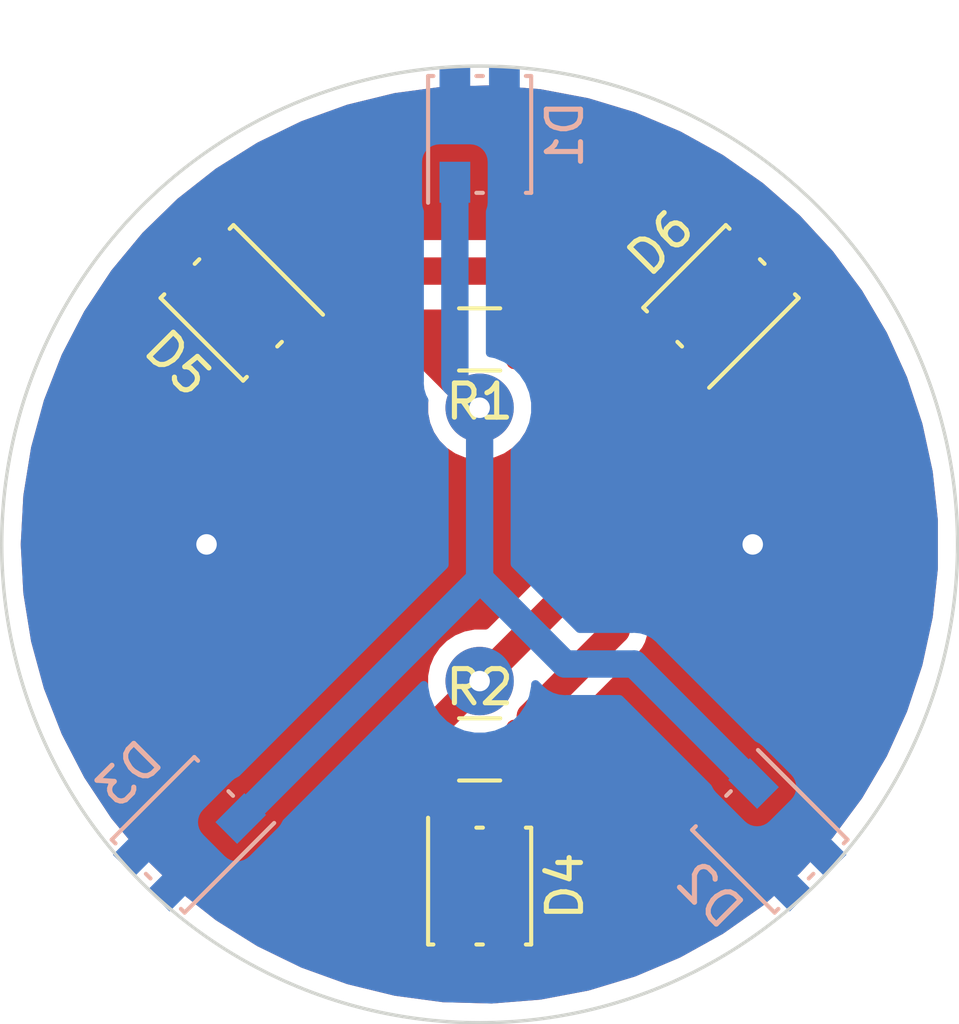
<source format=kicad_pcb>
(kicad_pcb (version 20171130) (host pcbnew "(5.1.4)-1")

  (general
    (thickness 1.6)
    (drawings 3)
    (tracks 34)
    (zones 0)
    (modules 8)
    (nets 5)
  )

  (page A4)
  (title_block
    (title Title)
    (date Date)
    (rev Rev)
    (company "Ondřej Fidra")
    (comment 1 Com1)
    (comment 2 Com2)
    (comment 3 Com3)
    (comment 4 Com4)
  )

  (layers
    (0 F.Cu signal)
    (31 B.Cu signal)
    (32 B.Adhes user)
    (33 F.Adhes user)
    (34 B.Paste user)
    (35 F.Paste user)
    (36 B.SilkS user)
    (37 F.SilkS user)
    (38 B.Mask user)
    (39 F.Mask user)
    (40 Dwgs.User user)
    (41 Cmts.User user)
    (42 Eco1.User user)
    (43 Eco2.User user)
    (44 Edge.Cuts user)
    (45 Margin user)
    (46 B.CrtYd user)
    (47 F.CrtYd user)
    (48 B.Fab user)
    (49 F.Fab user)
  )

  (setup
    (last_trace_width 0.8)
    (user_trace_width 0.8)
    (trace_clearance 0.2)
    (zone_clearance 0.2)
    (zone_45_only no)
    (trace_min 0.2)
    (via_size 0.8)
    (via_drill 0.4)
    (via_min_size 0.4)
    (via_min_drill 0.3)
    (user_via 2 0.6)
    (uvia_size 0.3)
    (uvia_drill 0.1)
    (uvias_allowed no)
    (uvia_min_size 0.2)
    (uvia_min_drill 0.1)
    (edge_width 0.05)
    (segment_width 0.2)
    (pcb_text_width 0.3)
    (pcb_text_size 1.5 1.5)
    (mod_edge_width 0.12)
    (mod_text_size 1 1)
    (mod_text_width 0.15)
    (pad_size 1.524 1.524)
    (pad_drill 0.762)
    (pad_to_mask_clearance 0.051)
    (solder_mask_min_width 0.25)
    (aux_axis_origin 0 0)
    (visible_elements 7FFFFFFF)
    (pcbplotparams
      (layerselection 0x01000_ffffffff)
      (usegerberextensions false)
      (usegerberattributes false)
      (usegerberadvancedattributes false)
      (creategerberjobfile false)
      (excludeedgelayer true)
      (linewidth 0.100000)
      (plotframeref false)
      (viasonmask false)
      (mode 1)
      (useauxorigin false)
      (hpglpennumber 1)
      (hpglpenspeed 20)
      (hpglpendiameter 15.000000)
      (psnegative false)
      (psa4output false)
      (plotreference true)
      (plotvalue true)
      (plotinvisibletext false)
      (padsonsilk false)
      (subtractmaskfromsilk false)
      (outputformat 1)
      (mirror false)
      (drillshape 0)
      (scaleselection 1)
      (outputdirectory "OUT/"))
  )

  (net 0 "")
  (net 1 "Net-(D1-Pad1)")
  (net 2 "Net-(R1-Pad1)")
  (net 3 VCC)
  (net 4 "Net-(D4-Pad1)")

  (net_class Default "This is the default net class."
    (clearance 0.2)
    (trace_width 0.25)
    (via_dia 0.8)
    (via_drill 0.4)
    (uvia_dia 0.3)
    (uvia_drill 0.1)
    (add_net "Net-(D1-Pad1)")
    (add_net "Net-(D4-Pad1)")
    (add_net "Net-(R1-Pad1)")
    (add_net VCC)
  )

  (module Resistor_SMD:R_1206_3216Metric_Pad1.42x1.75mm_HandSolder (layer F.Cu) (tedit 5B301BBD) (tstamp 5F534B7C)
    (at 100 94 180)
    (descr "Resistor SMD 1206 (3216 Metric), square (rectangular) end terminal, IPC_7351 nominal with elongated pad for handsoldering. (Body size source: http://www.tortai-tech.com/upload/download/2011102023233369053.pdf), generated with kicad-footprint-generator")
    (tags "resistor handsolder")
    (path /5F55EAC8)
    (attr smd)
    (fp_text reference R1 (at 0 -1.82) (layer F.SilkS)
      (effects (font (size 1 1) (thickness 0.15)))
    )
    (fp_text value R (at 0 1.82) (layer F.Fab)
      (effects (font (size 1 1) (thickness 0.15)))
    )
    (fp_line (start -1.6 0.8) (end -1.6 -0.8) (layer F.Fab) (width 0.1))
    (fp_line (start -1.6 -0.8) (end 1.6 -0.8) (layer F.Fab) (width 0.1))
    (fp_line (start 1.6 -0.8) (end 1.6 0.8) (layer F.Fab) (width 0.1))
    (fp_line (start 1.6 0.8) (end -1.6 0.8) (layer F.Fab) (width 0.1))
    (fp_line (start -0.602064 -0.91) (end 0.602064 -0.91) (layer F.SilkS) (width 0.12))
    (fp_line (start -0.602064 0.91) (end 0.602064 0.91) (layer F.SilkS) (width 0.12))
    (fp_line (start -2.45 1.12) (end -2.45 -1.12) (layer F.CrtYd) (width 0.05))
    (fp_line (start -2.45 -1.12) (end 2.45 -1.12) (layer F.CrtYd) (width 0.05))
    (fp_line (start 2.45 -1.12) (end 2.45 1.12) (layer F.CrtYd) (width 0.05))
    (fp_line (start 2.45 1.12) (end -2.45 1.12) (layer F.CrtYd) (width 0.05))
    (fp_text user %R (at 0 0) (layer F.Fab)
      (effects (font (size 0.8 0.8) (thickness 0.12)))
    )
    (pad 1 smd roundrect (at -1.4875 0 180) (size 1.425 1.75) (layers F.Cu F.Paste F.Mask) (roundrect_rratio 0.175439)
      (net 2 "Net-(R1-Pad1)"))
    (pad 2 smd roundrect (at 1.4875 0 180) (size 1.425 1.75) (layers F.Cu F.Paste F.Mask) (roundrect_rratio 0.175439)
      (net 1 "Net-(D1-Pad1)"))
    (model ${KISYS3DMOD}/Resistor_SMD.3dshapes/R_1206_3216Metric.wrl
      (at (xyz 0 0 0))
      (scale (xyz 1 1 1))
      (rotate (xyz 0 0 0))
    )
  )

  (module Resistor_SMD:R_1206_3216Metric_Pad1.42x1.75mm_HandSolder (layer F.Cu) (tedit 5B301BBD) (tstamp 5F534B19)
    (at 100 106)
    (descr "Resistor SMD 1206 (3216 Metric), square (rectangular) end terminal, IPC_7351 nominal with elongated pad for handsoldering. (Body size source: http://www.tortai-tech.com/upload/download/2011102023233369053.pdf), generated with kicad-footprint-generator")
    (tags "resistor handsolder")
    (path /5F55FF49)
    (attr smd)
    (fp_text reference R2 (at 0 -1.82) (layer F.SilkS)
      (effects (font (size 1 1) (thickness 0.15)))
    )
    (fp_text value R (at 0 1.82) (layer F.Fab)
      (effects (font (size 1 1) (thickness 0.15)))
    )
    (fp_text user %R (at 0 0) (layer F.Fab)
      (effects (font (size 0.8 0.8) (thickness 0.12)))
    )
    (fp_line (start 2.45 1.12) (end -2.45 1.12) (layer F.CrtYd) (width 0.05))
    (fp_line (start 2.45 -1.12) (end 2.45 1.12) (layer F.CrtYd) (width 0.05))
    (fp_line (start -2.45 -1.12) (end 2.45 -1.12) (layer F.CrtYd) (width 0.05))
    (fp_line (start -2.45 1.12) (end -2.45 -1.12) (layer F.CrtYd) (width 0.05))
    (fp_line (start -0.602064 0.91) (end 0.602064 0.91) (layer F.SilkS) (width 0.12))
    (fp_line (start -0.602064 -0.91) (end 0.602064 -0.91) (layer F.SilkS) (width 0.12))
    (fp_line (start 1.6 0.8) (end -1.6 0.8) (layer F.Fab) (width 0.1))
    (fp_line (start 1.6 -0.8) (end 1.6 0.8) (layer F.Fab) (width 0.1))
    (fp_line (start -1.6 -0.8) (end 1.6 -0.8) (layer F.Fab) (width 0.1))
    (fp_line (start -1.6 0.8) (end -1.6 -0.8) (layer F.Fab) (width 0.1))
    (pad 2 smd roundrect (at 1.4875 0) (size 1.425 1.75) (layers F.Cu F.Paste F.Mask) (roundrect_rratio 0.175439)
      (net 4 "Net-(D4-Pad1)"))
    (pad 1 smd roundrect (at -1.4875 0) (size 1.425 1.75) (layers F.Cu F.Paste F.Mask) (roundrect_rratio 0.175439)
      (net 2 "Net-(R1-Pad1)"))
    (model ${KISYS3DMOD}/Resistor_SMD.3dshapes/R_1206_3216Metric.wrl
      (at (xyz 0 0 0))
      (scale (xyz 1 1 1))
      (rotate (xyz 0 0 0))
    )
  )

  (module ma_obecna:LED_3528 (layer B.Cu) (tedit 5F6F3F9A) (tstamp 5F6F42A6)
    (at 100 88 90)
    (descr "Kingbright, dual LED, 3.5 x 2.8 mm Surface Mount LED Lamp (http://www.kingbrightusa.com/images/catalog/SPEC/AAA3528ESGCT.pdf)")
    (tags "dual led smd")
    (path /5F533C69)
    (attr smd)
    (fp_text reference D1 (at 0 2.5 90) (layer B.SilkS)
      (effects (font (size 1 1) (thickness 0.15)) (justify mirror))
    )
    (fp_text value ORANGE_B (at 0 -2.5 90) (layer B.Fab)
      (effects (font (size 1 1) (thickness 0.15)) (justify mirror))
    )
    (fp_text user %R (at 0 0 90) (layer B.Fab)
      (effects (font (size 0.8 0.8) (thickness 0.13)) (justify mirror))
    )
    (fp_line (start -1.6 1.4) (end -1.6 -0.7) (layer B.Fab) (width 0.1))
    (fp_line (start 1.6 1.4) (end -1.6 1.4) (layer B.Fab) (width 0.1))
    (fp_line (start 1.6 1.4) (end 1.6 -1.4) (layer B.Fab) (width 0.1))
    (fp_line (start -0.9 -1.4) (end 1.6 -1.4) (layer B.Fab) (width 0.1))
    (fp_line (start -2 -1.51) (end 1.71 -1.51) (layer B.SilkS) (width 0.12))
    (fp_line (start -1.71 1.51) (end 1.71 1.51) (layer B.SilkS) (width 0.12))
    (fp_line (start 1.71 -1.355) (end 1.71 -1.51) (layer B.SilkS) (width 0.12))
    (fp_line (start -1.71 0.095) (end -1.71 -0.095) (layer B.SilkS) (width 0.12))
    (fp_line (start -2.25 1.65) (end 2.25 1.65) (layer B.CrtYd) (width 0.05))
    (fp_line (start -2.25 -1.65) (end 2.25 -1.65) (layer B.CrtYd) (width 0.05))
    (fp_line (start -2.25 1.65) (end -2.25 -1.65) (layer B.CrtYd) (width 0.05))
    (fp_line (start 2.25 1.65) (end 2.25 -1.65) (layer B.CrtYd) (width 0.05))
    (fp_line (start -0.9 -1.4) (end -1.6 -0.7) (layer B.Fab) (width 0.1))
    (fp_line (start -1.71 1.355) (end -1.71 1.51) (layer B.SilkS) (width 0.12))
    (fp_line (start 1.71 0.095) (end 1.71 -0.095) (layer B.SilkS) (width 0.12))
    (fp_line (start 1.71 1.355) (end 1.71 1.51) (layer B.SilkS) (width 0.12))
    (pad 3 smd rect (at 1.4 0.725 90) (size 1.2 0.9) (layers B.Cu B.Paste B.Mask)
      (net 3 VCC))
    (pad 1 smd rect (at -1.4 -0.725 90) (size 1.2 0.9) (layers B.Cu B.Paste B.Mask)
      (net 1 "Net-(D1-Pad1)"))
    (pad 2 smd rect (at 1.4 -0.725 90) (size 1.2 0.9) (layers B.Cu B.Paste B.Mask)
      (net 3 VCC))
    (pad 4 smd rect (at -1.4 0.725 90) (size 1.2 0.9) (layers B.Cu B.Paste B.Mask)
      (net 3 VCC))
    (model ${KISYS3DMOD}/LED_SMD.3dshapes/LED_Kingbright_AAA3528ESGCT.wrl
      (at (xyz 0 0 0))
      (scale (xyz 1 1 1))
      (rotate (xyz 0 0 0))
    )
  )

  (module ma_obecna:LED_3528 (layer B.Cu) (tedit 5F6F3F9A) (tstamp 5F6F42BE)
    (at 108.5 108.5 315)
    (descr "Kingbright, dual LED, 3.5 x 2.8 mm Surface Mount LED Lamp (http://www.kingbrightusa.com/images/catalog/SPEC/AAA3528ESGCT.pdf)")
    (tags "dual led smd")
    (path /5F546B4D)
    (attr smd)
    (fp_text reference D2 (at 0 2.5 135) (layer B.SilkS)
      (effects (font (size 1 1) (thickness 0.15)) (justify mirror))
    )
    (fp_text value ORANGE_B (at 0 -2.5 135) (layer B.Fab)
      (effects (font (size 1 1) (thickness 0.15)) (justify mirror))
    )
    (fp_line (start 1.71 1.355) (end 1.71 1.51) (layer B.SilkS) (width 0.12))
    (fp_line (start 1.71 0.095) (end 1.71 -0.095) (layer B.SilkS) (width 0.12))
    (fp_line (start -1.71 1.355) (end -1.71 1.51) (layer B.SilkS) (width 0.12))
    (fp_line (start -0.9 -1.4) (end -1.6 -0.7) (layer B.Fab) (width 0.1))
    (fp_line (start 2.25 1.65) (end 2.25 -1.65) (layer B.CrtYd) (width 0.05))
    (fp_line (start -2.25 1.65) (end -2.25 -1.65) (layer B.CrtYd) (width 0.05))
    (fp_line (start -2.25 -1.65) (end 2.25 -1.65) (layer B.CrtYd) (width 0.05))
    (fp_line (start -2.25 1.65) (end 2.25 1.65) (layer B.CrtYd) (width 0.05))
    (fp_line (start -1.71 0.095) (end -1.71 -0.095) (layer B.SilkS) (width 0.12))
    (fp_line (start 1.71 -1.355) (end 1.71 -1.51) (layer B.SilkS) (width 0.12))
    (fp_line (start -1.71 1.51) (end 1.71 1.51) (layer B.SilkS) (width 0.12))
    (fp_line (start -2 -1.51) (end 1.71 -1.51) (layer B.SilkS) (width 0.12))
    (fp_line (start -0.9 -1.4) (end 1.6 -1.4) (layer B.Fab) (width 0.1))
    (fp_line (start 1.6 1.4) (end 1.6 -1.4) (layer B.Fab) (width 0.1))
    (fp_line (start 1.6 1.4) (end -1.6 1.4) (layer B.Fab) (width 0.1))
    (fp_line (start -1.6 1.4) (end -1.6 -0.7) (layer B.Fab) (width 0.1))
    (fp_text user %R (at 0 0 135) (layer B.Fab)
      (effects (font (size 0.8 0.8) (thickness 0.13)) (justify mirror))
    )
    (pad 4 smd rect (at -1.4 0.725 315) (size 1.2 0.9) (layers B.Cu B.Paste B.Mask)
      (net 3 VCC))
    (pad 2 smd rect (at 1.4 -0.725 315) (size 1.2 0.9) (layers B.Cu B.Paste B.Mask)
      (net 3 VCC))
    (pad 1 smd rect (at -1.4 -0.725 315) (size 1.2 0.9) (layers B.Cu B.Paste B.Mask)
      (net 1 "Net-(D1-Pad1)"))
    (pad 3 smd rect (at 1.4 0.725 315) (size 1.2 0.9) (layers B.Cu B.Paste B.Mask)
      (net 3 VCC))
    (model ${KISYS3DMOD}/LED_SMD.3dshapes/LED_Kingbright_AAA3528ESGCT.wrl
      (at (xyz 0 0 0))
      (scale (xyz 1 1 1))
      (rotate (xyz 0 0 0))
    )
  )

  (module ma_obecna:LED_3528 (layer B.Cu) (tedit 5F6F3F9A) (tstamp 5F6F42D6)
    (at 91.5 108.5 225)
    (descr "Kingbright, dual LED, 3.5 x 2.8 mm Surface Mount LED Lamp (http://www.kingbrightusa.com/images/catalog/SPEC/AAA3528ESGCT.pdf)")
    (tags "dual led smd")
    (path /5F547152)
    (attr smd)
    (fp_text reference D3 (at 0 2.5 45) (layer B.SilkS)
      (effects (font (size 1 1) (thickness 0.15)) (justify mirror))
    )
    (fp_text value ORANGE_B (at 0 -2.5 45) (layer B.Fab)
      (effects (font (size 1 1) (thickness 0.15)) (justify mirror))
    )
    (fp_text user %R (at 0 0 45) (layer B.Fab)
      (effects (font (size 0.8 0.8) (thickness 0.13)) (justify mirror))
    )
    (fp_line (start -1.6 1.4) (end -1.6 -0.7) (layer B.Fab) (width 0.1))
    (fp_line (start 1.6 1.4) (end -1.6 1.4) (layer B.Fab) (width 0.1))
    (fp_line (start 1.6 1.4) (end 1.6 -1.4) (layer B.Fab) (width 0.1))
    (fp_line (start -0.9 -1.4) (end 1.6 -1.4) (layer B.Fab) (width 0.1))
    (fp_line (start -2 -1.51) (end 1.71 -1.51) (layer B.SilkS) (width 0.12))
    (fp_line (start -1.71 1.51) (end 1.71 1.51) (layer B.SilkS) (width 0.12))
    (fp_line (start 1.71 -1.355) (end 1.71 -1.51) (layer B.SilkS) (width 0.12))
    (fp_line (start -1.71 0.095) (end -1.71 -0.095) (layer B.SilkS) (width 0.12))
    (fp_line (start -2.25 1.65) (end 2.25 1.65) (layer B.CrtYd) (width 0.05))
    (fp_line (start -2.25 -1.65) (end 2.25 -1.65) (layer B.CrtYd) (width 0.05))
    (fp_line (start -2.25 1.65) (end -2.25 -1.65) (layer B.CrtYd) (width 0.05))
    (fp_line (start 2.25 1.65) (end 2.25 -1.65) (layer B.CrtYd) (width 0.05))
    (fp_line (start -0.9 -1.4) (end -1.6 -0.7) (layer B.Fab) (width 0.1))
    (fp_line (start -1.71 1.355) (end -1.71 1.51) (layer B.SilkS) (width 0.12))
    (fp_line (start 1.71 0.095) (end 1.71 -0.095) (layer B.SilkS) (width 0.12))
    (fp_line (start 1.71 1.355) (end 1.71 1.51) (layer B.SilkS) (width 0.12))
    (pad 3 smd rect (at 1.4 0.725 225) (size 1.2 0.9) (layers B.Cu B.Paste B.Mask)
      (net 3 VCC))
    (pad 1 smd rect (at -1.4 -0.725 225) (size 1.2 0.9) (layers B.Cu B.Paste B.Mask)
      (net 1 "Net-(D1-Pad1)"))
    (pad 2 smd rect (at 1.4 -0.725 225) (size 1.2 0.9) (layers B.Cu B.Paste B.Mask)
      (net 3 VCC))
    (pad 4 smd rect (at -1.4 0.725 225) (size 1.2 0.9) (layers B.Cu B.Paste B.Mask)
      (net 3 VCC))
    (model ${KISYS3DMOD}/LED_SMD.3dshapes/LED_Kingbright_AAA3528ESGCT.wrl
      (at (xyz 0 0 0))
      (scale (xyz 1 1 1))
      (rotate (xyz 0 0 0))
    )
  )

  (module ma_obecna:LED_3528 (layer F.Cu) (tedit 5F6F3F9A) (tstamp 5F6F42EE)
    (at 100 110 270)
    (descr "Kingbright, dual LED, 3.5 x 2.8 mm Surface Mount LED Lamp (http://www.kingbrightusa.com/images/catalog/SPEC/AAA3528ESGCT.pdf)")
    (tags "dual led smd")
    (path /5F5477F3)
    (attr smd)
    (fp_text reference D4 (at 0 -2.5 90) (layer F.SilkS)
      (effects (font (size 1 1) (thickness 0.15)))
    )
    (fp_text value ORANGE_F (at 0 2.5 90) (layer F.Fab)
      (effects (font (size 1 1) (thickness 0.15)))
    )
    (fp_line (start 1.71 -1.355) (end 1.71 -1.51) (layer F.SilkS) (width 0.12))
    (fp_line (start 1.71 -0.095) (end 1.71 0.095) (layer F.SilkS) (width 0.12))
    (fp_line (start -1.71 -1.355) (end -1.71 -1.51) (layer F.SilkS) (width 0.12))
    (fp_line (start -0.9 1.4) (end -1.6 0.7) (layer F.Fab) (width 0.1))
    (fp_line (start 2.25 -1.65) (end 2.25 1.65) (layer F.CrtYd) (width 0.05))
    (fp_line (start -2.25 -1.65) (end -2.25 1.65) (layer F.CrtYd) (width 0.05))
    (fp_line (start -2.25 1.65) (end 2.25 1.65) (layer F.CrtYd) (width 0.05))
    (fp_line (start -2.25 -1.65) (end 2.25 -1.65) (layer F.CrtYd) (width 0.05))
    (fp_line (start -1.71 -0.095) (end -1.71 0.095) (layer F.SilkS) (width 0.12))
    (fp_line (start 1.71 1.355) (end 1.71 1.51) (layer F.SilkS) (width 0.12))
    (fp_line (start -1.71 -1.51) (end 1.71 -1.51) (layer F.SilkS) (width 0.12))
    (fp_line (start -2 1.51) (end 1.71 1.51) (layer F.SilkS) (width 0.12))
    (fp_line (start -0.9 1.4) (end 1.6 1.4) (layer F.Fab) (width 0.1))
    (fp_line (start 1.6 -1.4) (end 1.6 1.4) (layer F.Fab) (width 0.1))
    (fp_line (start 1.6 -1.4) (end -1.6 -1.4) (layer F.Fab) (width 0.1))
    (fp_line (start -1.6 -1.4) (end -1.6 0.7) (layer F.Fab) (width 0.1))
    (fp_text user %R (at 0 0 90) (layer F.Fab)
      (effects (font (size 0.8 0.8) (thickness 0.13)))
    )
    (pad 4 smd rect (at -1.4 -0.725 270) (size 1.2 0.9) (layers F.Cu F.Paste F.Mask)
      (net 3 VCC))
    (pad 2 smd rect (at 1.4 0.725 270) (size 1.2 0.9) (layers F.Cu F.Paste F.Mask)
      (net 3 VCC))
    (pad 1 smd rect (at -1.4 0.725 270) (size 1.2 0.9) (layers F.Cu F.Paste F.Mask)
      (net 4 "Net-(D4-Pad1)"))
    (pad 3 smd rect (at 1.4 -0.725 270) (size 1.2 0.9) (layers F.Cu F.Paste F.Mask)
      (net 3 VCC))
    (model ${KISYS3DMOD}/LED_SMD.3dshapes/LED_Kingbright_AAA3528ESGCT.wrl
      (at (xyz 0 0 0))
      (scale (xyz 1 1 1))
      (rotate (xyz 0 0 0))
    )
  )

  (module ma_obecna:LED_3528 (layer F.Cu) (tedit 5F6F3F9A) (tstamp 5F6F4306)
    (at 92.93 92.93 135)
    (descr "Kingbright, dual LED, 3.5 x 2.8 mm Surface Mount LED Lamp (http://www.kingbrightusa.com/images/catalog/SPEC/AAA3528ESGCT.pdf)")
    (tags "dual led smd")
    (path /5F547C3C)
    (attr smd)
    (fp_text reference D5 (at 0 -2.5 135) (layer F.SilkS)
      (effects (font (size 1 1) (thickness 0.15)))
    )
    (fp_text value ORANGE_F (at 0 2.5 135) (layer F.Fab)
      (effects (font (size 1 1) (thickness 0.15)))
    )
    (fp_line (start 1.71 -1.355) (end 1.71 -1.51) (layer F.SilkS) (width 0.12))
    (fp_line (start 1.71 -0.095) (end 1.71 0.095) (layer F.SilkS) (width 0.12))
    (fp_line (start -1.71 -1.355) (end -1.71 -1.51) (layer F.SilkS) (width 0.12))
    (fp_line (start -0.9 1.4) (end -1.6 0.7) (layer F.Fab) (width 0.1))
    (fp_line (start 2.25 -1.65) (end 2.25 1.65) (layer F.CrtYd) (width 0.05))
    (fp_line (start -2.25 -1.65) (end -2.25 1.65) (layer F.CrtYd) (width 0.05))
    (fp_line (start -2.25 1.65) (end 2.25 1.65) (layer F.CrtYd) (width 0.05))
    (fp_line (start -2.25 -1.65) (end 2.25 -1.65) (layer F.CrtYd) (width 0.05))
    (fp_line (start -1.71 -0.095) (end -1.71 0.095) (layer F.SilkS) (width 0.12))
    (fp_line (start 1.71 1.355) (end 1.71 1.51) (layer F.SilkS) (width 0.12))
    (fp_line (start -1.71 -1.51) (end 1.71 -1.51) (layer F.SilkS) (width 0.12))
    (fp_line (start -2 1.51) (end 1.71 1.51) (layer F.SilkS) (width 0.12))
    (fp_line (start -0.9 1.4) (end 1.6 1.4) (layer F.Fab) (width 0.1))
    (fp_line (start 1.6 -1.4) (end 1.6 1.4) (layer F.Fab) (width 0.1))
    (fp_line (start 1.6 -1.4) (end -1.6 -1.4) (layer F.Fab) (width 0.1))
    (fp_line (start -1.6 -1.4) (end -1.6 0.7) (layer F.Fab) (width 0.1))
    (fp_text user %R (at 0 0 135) (layer F.Fab)
      (effects (font (size 0.8 0.8) (thickness 0.13)))
    )
    (pad 4 smd rect (at -1.4 -0.725 135) (size 1.2 0.9) (layers F.Cu F.Paste F.Mask)
      (net 3 VCC))
    (pad 2 smd rect (at 1.4 0.725 135) (size 1.2 0.9) (layers F.Cu F.Paste F.Mask)
      (net 3 VCC))
    (pad 1 smd rect (at -1.4 0.725 135) (size 1.2 0.9) (layers F.Cu F.Paste F.Mask)
      (net 4 "Net-(D4-Pad1)"))
    (pad 3 smd rect (at 1.4 -0.725 135) (size 1.2 0.9) (layers F.Cu F.Paste F.Mask)
      (net 3 VCC))
    (model ${KISYS3DMOD}/LED_SMD.3dshapes/LED_Kingbright_AAA3528ESGCT.wrl
      (at (xyz 0 0 0))
      (scale (xyz 1 1 1))
      (rotate (xyz 0 0 0))
    )
  )

  (module ma_obecna:LED_3528 (layer F.Cu) (tedit 5F6F3F9A) (tstamp 5F6F431E)
    (at 107.07 92.93 45)
    (descr "Kingbright, dual LED, 3.5 x 2.8 mm Surface Mount LED Lamp (http://www.kingbrightusa.com/images/catalog/SPEC/AAA3528ESGCT.pdf)")
    (tags "dual led smd")
    (path /5F547EC7)
    (attr smd)
    (fp_text reference D6 (at 0 -2.5 45) (layer F.SilkS)
      (effects (font (size 1 1) (thickness 0.15)))
    )
    (fp_text value ORANGE_F (at 0 2.5 45) (layer F.Fab)
      (effects (font (size 1 1) (thickness 0.15)))
    )
    (fp_text user %R (at 0 0 45) (layer F.Fab)
      (effects (font (size 0.8 0.8) (thickness 0.13)))
    )
    (fp_line (start -1.6 -1.4) (end -1.6 0.7) (layer F.Fab) (width 0.1))
    (fp_line (start 1.6 -1.4) (end -1.6 -1.4) (layer F.Fab) (width 0.1))
    (fp_line (start 1.6 -1.4) (end 1.6 1.4) (layer F.Fab) (width 0.1))
    (fp_line (start -0.9 1.4) (end 1.6 1.4) (layer F.Fab) (width 0.1))
    (fp_line (start -2 1.51) (end 1.71 1.51) (layer F.SilkS) (width 0.12))
    (fp_line (start -1.71 -1.51) (end 1.71 -1.51) (layer F.SilkS) (width 0.12))
    (fp_line (start 1.71 1.355) (end 1.71 1.51) (layer F.SilkS) (width 0.12))
    (fp_line (start -1.71 -0.095) (end -1.71 0.095) (layer F.SilkS) (width 0.12))
    (fp_line (start -2.25 -1.65) (end 2.25 -1.65) (layer F.CrtYd) (width 0.05))
    (fp_line (start -2.25 1.65) (end 2.25 1.65) (layer F.CrtYd) (width 0.05))
    (fp_line (start -2.25 -1.65) (end -2.25 1.65) (layer F.CrtYd) (width 0.05))
    (fp_line (start 2.25 -1.65) (end 2.25 1.65) (layer F.CrtYd) (width 0.05))
    (fp_line (start -0.9 1.4) (end -1.6 0.7) (layer F.Fab) (width 0.1))
    (fp_line (start -1.71 -1.355) (end -1.71 -1.51) (layer F.SilkS) (width 0.12))
    (fp_line (start 1.71 -0.095) (end 1.71 0.095) (layer F.SilkS) (width 0.12))
    (fp_line (start 1.71 -1.355) (end 1.71 -1.51) (layer F.SilkS) (width 0.12))
    (pad 3 smd rect (at 1.4 -0.725 45) (size 1.2 0.9) (layers F.Cu F.Paste F.Mask)
      (net 3 VCC))
    (pad 1 smd rect (at -1.4 0.725 45) (size 1.2 0.9) (layers F.Cu F.Paste F.Mask)
      (net 4 "Net-(D4-Pad1)"))
    (pad 2 smd rect (at 1.4 0.725 45) (size 1.2 0.9) (layers F.Cu F.Paste F.Mask)
      (net 3 VCC))
    (pad 4 smd rect (at -1.4 -0.725 45) (size 1.2 0.9) (layers F.Cu F.Paste F.Mask)
      (net 3 VCC))
    (model ${KISYS3DMOD}/LED_SMD.3dshapes/LED_Kingbright_AAA3528ESGCT.wrl
      (at (xyz 0 0 0))
      (scale (xyz 1 1 1))
      (rotate (xyz 0 0 0))
    )
  )

  (gr_circle (center 100 100) (end 88 101) (layer Dwgs.User) (width 0.15))
  (gr_circle (center 100 100) (end 109 100) (layer Dwgs.User) (width 0.15))
  (gr_circle (center 100 100) (end 114 100) (layer Edge.Cuts) (width 0.1))

  (segment (start 100 96) (end 100 96) (width 0.8) (layer B.Cu) (net 1) (tstamp 5F534A1D))
  (via (at 100 96) (size 2) (drill 0.6) (layers F.Cu B.Cu) (net 1))
  (segment (start 98.5125 94.5125) (end 100 96) (width 0.8) (layer F.Cu) (net 1))
  (segment (start 98.5125 94) (end 98.5125 94.5125) (width 0.8) (layer F.Cu) (net 1))
  (segment (start 100 101) (end 100 96) (width 0.8) (layer B.Cu) (net 1))
  (segment (start 100 101.025305) (end 100 101) (width 0.8) (layer B.Cu) (net 1))
  (segment (start 93.002602 108.022703) (end 100 101.025305) (width 0.8) (layer B.Cu) (net 1))
  (segment (start 99.275 95.275) (end 99.275 89.4) (width 0.8) (layer B.Cu) (net 1))
  (segment (start 100 96) (end 99.275 95.275) (width 0.8) (layer B.Cu) (net 1))
  (segment (start 101.75 102.75) (end 100 101) (width 0.8) (layer B.Cu) (net 1))
  (segment (start 102.5 103.5) (end 101.75 102.75) (width 0.8) (layer B.Cu) (net 1))
  (segment (start 104.525305 103.5) (end 102.5 103.5) (width 0.8) (layer B.Cu) (net 1))
  (segment (start 108.022703 106.997398) (end 104.525305 103.5) (width 0.8) (layer B.Cu) (net 1))
  (via (at 100 104) (size 2) (drill 0.6) (layers F.Cu B.Cu) (net 2))
  (segment (start 98.5125 106) (end 98.5125 105.4875) (width 0.8) (layer F.Cu) (net 2))
  (segment (start 98.5125 105.4875) (end 100 104) (width 0.8) (layer F.Cu) (net 2))
  (segment (start 100 104) (end 102.5 101.5) (width 0.8) (layer F.Cu) (net 2))
  (segment (start 102.5 95.0125) (end 101.4875 94) (width 0.8) (layer F.Cu) (net 2))
  (segment (start 102.5 101.5) (end 102.5 95.0125) (width 0.8) (layer F.Cu) (net 2))
  (via (at 108 100) (size 2) (drill 0.6) (layers F.Cu B.Cu) (net 3))
  (via (at 92 100) (size 2) (drill 0.6) (layers F.Cu B.Cu) (net 3))
  (segment (start 101.4875 105.025) (end 104 102.5125) (width 0.8) (layer F.Cu) (net 4))
  (segment (start 101.4875 106) (end 101.4875 105.025) (width 0.8) (layer F.Cu) (net 4))
  (segment (start 104 97.025305) (end 104 97.5) (width 0.8) (layer F.Cu) (net 4))
  (segment (start 106.592703 94.432602) (end 104 97.025305) (width 0.8) (layer F.Cu) (net 4))
  (segment (start 104 102.5125) (end 104 97.5) (width 0.8) (layer F.Cu) (net 4))
  (segment (start 96.092703 93.407297) (end 94.432602 93.407297) (width 0.8) (layer F.Cu) (net 4))
  (segment (start 97.5 92) (end 96.092703 93.407297) (width 0.8) (layer F.Cu) (net 4))
  (segment (start 103 92) (end 97.5 92) (width 0.8) (layer F.Cu) (net 4))
  (segment (start 104 93) (end 103 92) (width 0.8) (layer F.Cu) (net 4))
  (segment (start 104 97.5) (end 104 93) (width 0.8) (layer F.Cu) (net 4))
  (segment (start 101.4875 105.707498) (end 101.4875 105.025) (width 0.8) (layer F.Cu) (net 4))
  (segment (start 99.275 107.919998) (end 101.4875 105.707498) (width 0.8) (layer F.Cu) (net 4))
  (segment (start 99.275 108.6) (end 99.275 107.919998) (width 0.8) (layer F.Cu) (net 4))

  (zone (net 3) (net_name VCC) (layer F.Cu) (tstamp 5F534E72) (hatch edge 0.508)
    (connect_pads yes (clearance 0.508))
    (min_thickness 0.254)
    (fill yes (arc_segments 32) (thermal_gap 0.508) (thermal_bridge_width 0.508))
    (polygon
      (pts
        (xy 86 114) (xy 86 86) (xy 114 86) (xy 114 114)
      )
    )
    (filled_polygon
      (pts
        (xy 101.76724 86.8028) (xy 103.160005 87.065411) (xy 104.516966 87.474576) (xy 105.822747 88.025659) (xy 107.062554 88.712416)
        (xy 108.22234 89.527066) (xy 109.288964 90.460379) (xy 110.250339 91.501779) (xy 111.095575 92.639467) (xy 111.815093 93.860553)
        (xy 112.400741 95.151202) (xy 112.845884 96.496789) (xy 113.145478 97.88207) (xy 113.296129 99.291347) (xy 113.296129 100.708653)
        (xy 113.145478 102.11793) (xy 112.845884 103.503211) (xy 112.400741 104.848798) (xy 111.815093 106.139447) (xy 111.095575 107.360533)
        (xy 110.250339 108.498221) (xy 109.288964 109.539621) (xy 108.22234 110.472934) (xy 107.062554 111.287584) (xy 105.822747 111.974341)
        (xy 104.516966 112.525424) (xy 103.160005 112.934589) (xy 101.76724 113.1972) (xy 100.354452 113.310281) (xy 98.937648 113.272552)
        (xy 97.532881 113.084439) (xy 96.156067 112.748074) (xy 94.822806 112.267269) (xy 93.548205 111.64747) (xy 92.346706 110.895701)
        (xy 91.231921 110.02048) (xy 90.216482 109.031722) (xy 89.311895 107.940631) (xy 88.528407 106.75957) (xy 87.874898 105.50192)
        (xy 87.358771 104.181931) (xy 86.985874 102.81456) (xy 86.760432 101.415298) (xy 86.685 100) (xy 86.760432 98.584702)
        (xy 86.985874 97.18544) (xy 87.358771 95.818069) (xy 87.874898 94.49808) (xy 88.496813 93.301231) (xy 93.052068 93.301231)
        (xy 93.064328 93.425713) (xy 93.100638 93.545411) (xy 93.159603 93.655725) (xy 93.238955 93.752416) (xy 94.087483 94.600944)
        (xy 94.184174 94.680296) (xy 94.294488 94.739261) (xy 94.414186 94.775571) (xy 94.538668 94.787831) (xy 94.66315 94.775571)
        (xy 94.782848 94.739261) (xy 94.893162 94.680296) (xy 94.989853 94.600944) (xy 95.1485 94.442297) (xy 96.041875 94.442297)
        (xy 96.092703 94.447303) (xy 96.143531 94.442297) (xy 96.143541 94.442297) (xy 96.295598 94.427321) (xy 96.490696 94.368138)
        (xy 96.6705 94.272031) (xy 96.828099 94.142693) (xy 96.86051 94.1032) (xy 97.161928 93.801782) (xy 97.161928 94.625)
        (xy 97.178992 94.798254) (xy 97.229528 94.96485) (xy 97.311595 95.118386) (xy 97.422038 95.252962) (xy 97.556614 95.363405)
        (xy 97.71015 95.445472) (xy 97.876746 95.496008) (xy 98.049292 95.513002) (xy 98.366702 95.830412) (xy 98.365 95.838967)
        (xy 98.365 96.161033) (xy 98.427832 96.476912) (xy 98.551082 96.774463) (xy 98.730013 97.042252) (xy 98.957748 97.269987)
        (xy 99.225537 97.448918) (xy 99.523088 97.572168) (xy 99.838967 97.635) (xy 100.161033 97.635) (xy 100.476912 97.572168)
        (xy 100.774463 97.448918) (xy 101.042252 97.269987) (xy 101.269987 97.042252) (xy 101.448918 96.774463) (xy 101.465001 96.735636)
        (xy 101.465 101.071289) (xy 100.169588 102.366702) (xy 100.161033 102.365) (xy 99.838967 102.365) (xy 99.523088 102.427832)
        (xy 99.225537 102.551082) (xy 98.957748 102.730013) (xy 98.730013 102.957748) (xy 98.551082 103.225537) (xy 98.427832 103.523088)
        (xy 98.365 103.838967) (xy 98.365 104.161033) (xy 98.366702 104.169588) (xy 98.049292 104.486998) (xy 97.876746 104.503992)
        (xy 97.71015 104.554528) (xy 97.556614 104.636595) (xy 97.422038 104.747038) (xy 97.311595 104.881614) (xy 97.229528 105.03515)
        (xy 97.178992 105.201746) (xy 97.161928 105.375) (xy 97.161928 106.625) (xy 97.178992 106.798254) (xy 97.229528 106.96485)
        (xy 97.311595 107.118386) (xy 97.422038 107.252962) (xy 97.556614 107.363405) (xy 97.71015 107.445472) (xy 97.876746 107.496008)
        (xy 98.05 107.513072) (xy 98.318935 107.513072) (xy 98.31416 107.522005) (xy 98.254976 107.717103) (xy 98.254701 107.719894)
        (xy 98.235498 107.75582) (xy 98.199188 107.875518) (xy 98.186928 108) (xy 98.186928 109.2) (xy 98.199188 109.324482)
        (xy 98.235498 109.44418) (xy 98.294463 109.554494) (xy 98.373815 109.651185) (xy 98.470506 109.730537) (xy 98.58082 109.789502)
        (xy 98.700518 109.825812) (xy 98.825 109.838072) (xy 99.725 109.838072) (xy 99.849482 109.825812) (xy 99.96918 109.789502)
        (xy 100.079494 109.730537) (xy 100.176185 109.651185) (xy 100.255537 109.554494) (xy 100.314502 109.44418) (xy 100.350812 109.324482)
        (xy 100.363072 109.2) (xy 100.363072 108.295636) (xy 101.145637 107.513072) (xy 101.95 107.513072) (xy 102.123254 107.496008)
        (xy 102.28985 107.445472) (xy 102.443386 107.363405) (xy 102.577962 107.252962) (xy 102.688405 107.118386) (xy 102.770472 106.96485)
        (xy 102.821008 106.798254) (xy 102.838072 106.625) (xy 102.838072 105.375) (xy 102.821008 105.201746) (xy 102.810175 105.166035)
        (xy 104.695908 103.280303) (xy 104.735396 103.247896) (xy 104.827829 103.135266) (xy 104.864734 103.090298) (xy 104.960841 102.910494)
        (xy 104.989942 102.81456) (xy 105.020024 102.715395) (xy 105.035 102.563338) (xy 105.035 102.563335) (xy 105.040007 102.5125)
        (xy 105.035 102.461665) (xy 105.035 97.454015) (xy 106.721677 95.767339) (xy 106.730817 95.764566) (xy 106.841131 95.705601)
        (xy 106.937822 95.626249) (xy 107.78635 94.777721) (xy 107.865702 94.68103) (xy 107.924667 94.570716) (xy 107.960977 94.451018)
        (xy 107.973237 94.326536) (xy 107.960977 94.202054) (xy 107.924667 94.082356) (xy 107.865702 93.972042) (xy 107.78635 93.875351)
        (xy 107.149954 93.238955) (xy 107.053263 93.159603) (xy 106.942949 93.100638) (xy 106.823251 93.064328) (xy 106.698769 93.052068)
        (xy 106.574287 93.064328) (xy 106.454589 93.100638) (xy 106.344275 93.159603) (xy 106.247584 93.238955) (xy 105.399056 94.087483)
        (xy 105.319704 94.184174) (xy 105.260739 94.294488) (xy 105.257966 94.303628) (xy 105.035 94.526594) (xy 105.035 93.050835)
        (xy 105.040007 93) (xy 105.028347 92.881614) (xy 105.020024 92.797105) (xy 104.974615 92.647415) (xy 104.960841 92.602006)
        (xy 104.864734 92.422202) (xy 104.767803 92.304092) (xy 104.735396 92.264604) (xy 104.695908 92.232197) (xy 103.767807 91.304097)
        (xy 103.735396 91.264604) (xy 103.577797 91.135266) (xy 103.397993 91.039159) (xy 103.202895 90.979976) (xy 103.050838 90.965)
        (xy 103.050828 90.965) (xy 103 90.959994) (xy 102.949172 90.965) (xy 97.550835 90.965) (xy 97.5 90.959993)
        (xy 97.449165 90.965) (xy 97.449162 90.965) (xy 97.297105 90.979976) (xy 97.147415 91.025385) (xy 97.102006 91.039159)
        (xy 96.922202 91.135266) (xy 96.80626 91.230418) (xy 96.764604 91.264604) (xy 96.732197 91.304092) (xy 95.663993 92.372297)
        (xy 94.936368 92.372297) (xy 94.777721 92.21365) (xy 94.68103 92.134298) (xy 94.570716 92.075333) (xy 94.451018 92.039023)
        (xy 94.326536 92.026763) (xy 94.202054 92.039023) (xy 94.082356 92.075333) (xy 93.972042 92.134298) (xy 93.875351 92.21365)
        (xy 93.238955 92.850046) (xy 93.159603 92.946737) (xy 93.100638 93.057051) (xy 93.064328 93.176749) (xy 93.052068 93.301231)
        (xy 88.496813 93.301231) (xy 88.528407 93.24043) (xy 89.311895 92.059369) (xy 90.216482 90.968278) (xy 91.231921 89.97952)
        (xy 92.346706 89.104299) (xy 93.548205 88.35253) (xy 94.822806 87.732731) (xy 96.156067 87.251926) (xy 97.532881 86.915561)
        (xy 98.937648 86.727448) (xy 100.354452 86.689719)
      )
    )
  )
  (zone (net 3) (net_name VCC) (layer B.Cu) (tstamp 5F534E6F) (hatch edge 0.508)
    (connect_pads yes (clearance 0.508))
    (min_thickness 0.254)
    (fill yes (arc_segments 32) (thermal_gap 0.508) (thermal_bridge_width 0.508))
    (polygon
      (pts
        (xy 86 114) (xy 86 86) (xy 114 86) (xy 114 114)
      )
    )
    (filled_polygon
      (pts
        (xy 101.76724 86.8028) (xy 103.160005 87.065411) (xy 104.516966 87.474576) (xy 105.822747 88.025659) (xy 107.062554 88.712416)
        (xy 108.22234 89.527066) (xy 109.288964 90.460379) (xy 110.250339 91.501779) (xy 111.095575 92.639467) (xy 111.815093 93.860553)
        (xy 112.400741 95.151202) (xy 112.845884 96.496789) (xy 113.145478 97.88207) (xy 113.296129 99.291347) (xy 113.296129 100.708653)
        (xy 113.145478 102.11793) (xy 112.845884 103.503211) (xy 112.400741 104.848798) (xy 111.815093 106.139447) (xy 111.095575 107.360533)
        (xy 110.250339 108.498221) (xy 109.288964 109.539621) (xy 108.22234 110.472934) (xy 107.062554 111.287584) (xy 105.822747 111.974341)
        (xy 104.516966 112.525424) (xy 103.160005 112.934589) (xy 101.76724 113.1972) (xy 100.354452 113.310281) (xy 98.937648 113.272552)
        (xy 97.532881 113.084439) (xy 96.156067 112.748074) (xy 94.822806 112.267269) (xy 93.548205 111.64747) (xy 92.346706 110.895701)
        (xy 91.231921 110.02048) (xy 90.216482 109.031722) (xy 89.467874 108.128769) (xy 91.622068 108.128769) (xy 91.634328 108.253251)
        (xy 91.670638 108.372949) (xy 91.729603 108.483263) (xy 91.808955 108.579954) (xy 92.445351 109.21635) (xy 92.542042 109.295702)
        (xy 92.652356 109.354667) (xy 92.772054 109.390977) (xy 92.896536 109.403237) (xy 93.021018 109.390977) (xy 93.140716 109.354667)
        (xy 93.25103 109.295702) (xy 93.347721 109.21635) (xy 94.196249 108.367822) (xy 94.275601 108.271131) (xy 94.334566 108.160817)
        (xy 94.337339 108.151676) (xy 98.365 104.124016) (xy 98.365 104.161033) (xy 98.427832 104.476912) (xy 98.551082 104.774463)
        (xy 98.730013 105.042252) (xy 98.957748 105.269987) (xy 99.225537 105.448918) (xy 99.523088 105.572168) (xy 99.838967 105.635)
        (xy 100.161033 105.635) (xy 100.476912 105.572168) (xy 100.774463 105.448918) (xy 101.042252 105.269987) (xy 101.269987 105.042252)
        (xy 101.448918 104.774463) (xy 101.572168 104.476912) (xy 101.635 104.161033) (xy 101.635 104.098711) (xy 101.732196 104.195907)
        (xy 101.764604 104.235396) (xy 101.804092 104.267803) (xy 101.922202 104.364734) (xy 102.018309 104.416104) (xy 102.102007 104.460841)
        (xy 102.297105 104.520024) (xy 102.449162 104.535) (xy 102.449171 104.535) (xy 102.499999 104.540006) (xy 102.550827 104.535)
        (xy 104.096595 104.535) (xy 106.687967 107.126372) (xy 106.690739 107.135512) (xy 106.749704 107.245826) (xy 106.829056 107.342517)
        (xy 107.677584 108.191045) (xy 107.774275 108.270397) (xy 107.884589 108.329362) (xy 108.004287 108.365672) (xy 108.128769 108.377932)
        (xy 108.253251 108.365672) (xy 108.372949 108.329362) (xy 108.483263 108.270397) (xy 108.579954 108.191045) (xy 109.21635 107.554649)
        (xy 109.295702 107.457958) (xy 109.354667 107.347644) (xy 109.390977 107.227946) (xy 109.403237 107.103464) (xy 109.390977 106.978982)
        (xy 109.354667 106.859284) (xy 109.295702 106.74897) (xy 109.21635 106.652279) (xy 108.367822 105.803751) (xy 108.271131 105.724399)
        (xy 108.160817 105.665434) (xy 108.151677 105.662662) (xy 105.293112 102.804097) (xy 105.260701 102.764604) (xy 105.103102 102.635266)
        (xy 104.923298 102.539159) (xy 104.7282 102.479976) (xy 104.576143 102.465) (xy 104.576133 102.465) (xy 104.525305 102.459994)
        (xy 104.474477 102.465) (xy 102.928711 102.465) (xy 102.517807 102.054097) (xy 102.517803 102.054092) (xy 101.035 100.57129)
        (xy 101.035 97.274833) (xy 101.042252 97.269987) (xy 101.269987 97.042252) (xy 101.448918 96.774463) (xy 101.572168 96.476912)
        (xy 101.635 96.161033) (xy 101.635 95.838967) (xy 101.572168 95.523088) (xy 101.448918 95.225537) (xy 101.269987 94.957748)
        (xy 101.042252 94.730013) (xy 100.774463 94.551082) (xy 100.476912 94.427832) (xy 100.31 94.394631) (xy 100.31 90.252603)
        (xy 100.314502 90.24418) (xy 100.350812 90.124482) (xy 100.363072 90) (xy 100.363072 88.8) (xy 100.350812 88.675518)
        (xy 100.314502 88.55582) (xy 100.255537 88.445506) (xy 100.176185 88.348815) (xy 100.079494 88.269463) (xy 99.96918 88.210498)
        (xy 99.849482 88.174188) (xy 99.725 88.161928) (xy 98.825 88.161928) (xy 98.700518 88.174188) (xy 98.58082 88.210498)
        (xy 98.470506 88.269463) (xy 98.373815 88.348815) (xy 98.294463 88.445506) (xy 98.235498 88.55582) (xy 98.199188 88.675518)
        (xy 98.186928 88.8) (xy 98.186928 90) (xy 98.199188 90.124482) (xy 98.235498 90.24418) (xy 98.240001 90.252604)
        (xy 98.24 95.224172) (xy 98.234994 95.275) (xy 98.24 95.325828) (xy 98.24 95.325837) (xy 98.254976 95.477894)
        (xy 98.314159 95.672992) (xy 98.375272 95.787327) (xy 98.365 95.838967) (xy 98.365 96.161033) (xy 98.427832 96.476912)
        (xy 98.551082 96.774463) (xy 98.730013 97.042252) (xy 98.957748 97.269987) (xy 98.965001 97.274833) (xy 98.965 100.596594)
        (xy 92.873629 106.687966) (xy 92.864488 106.690739) (xy 92.754174 106.749704) (xy 92.657483 106.829056) (xy 91.808955 107.677584)
        (xy 91.729603 107.774275) (xy 91.670638 107.884589) (xy 91.634328 108.004287) (xy 91.622068 108.128769) (xy 89.467874 108.128769)
        (xy 89.311895 107.940631) (xy 88.528407 106.75957) (xy 87.874898 105.50192) (xy 87.358771 104.181931) (xy 86.985874 102.81456)
        (xy 86.760432 101.415298) (xy 86.685 100) (xy 86.760432 98.584702) (xy 86.985874 97.18544) (xy 87.358771 95.818069)
        (xy 87.874898 94.49808) (xy 88.528407 93.24043) (xy 89.311895 92.059369) (xy 90.216482 90.968278) (xy 91.231921 89.97952)
        (xy 92.346706 89.104299) (xy 93.548205 88.35253) (xy 94.822806 87.732731) (xy 96.156067 87.251926) (xy 97.532881 86.915561)
        (xy 98.937648 86.727448) (xy 100.354452 86.689719)
      )
    )
  )
)

</source>
